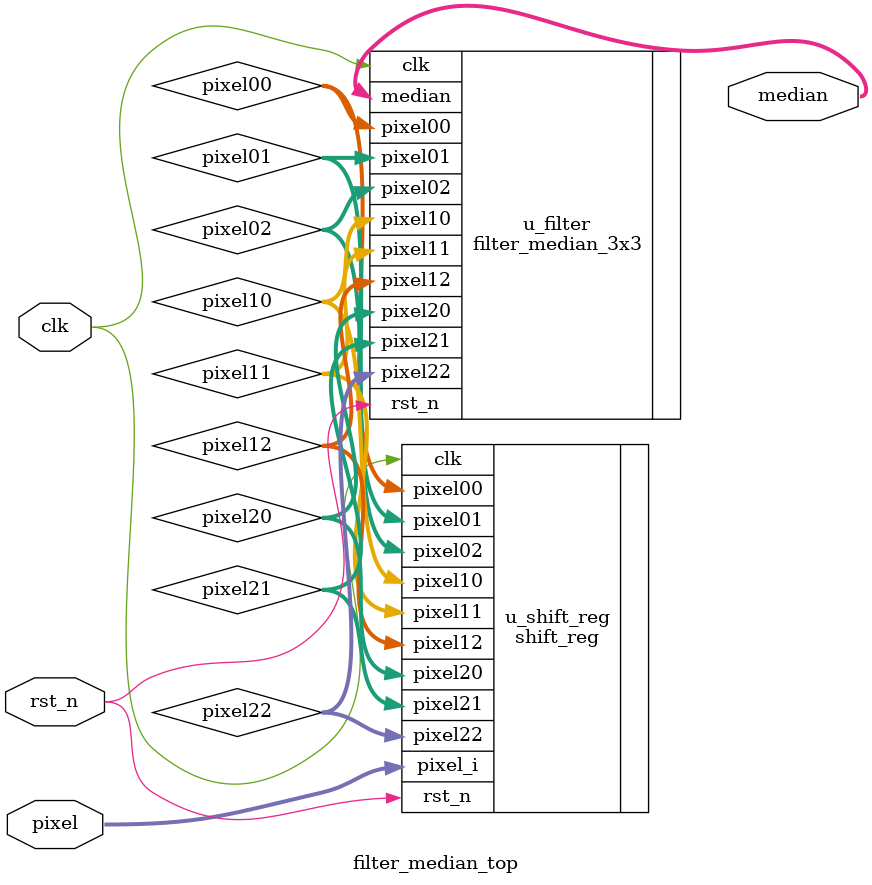
<source format=v>
module filter_median_top (
  input        clk, rst_n,
  input  [7:0] pixel,
  output [7:0] median
);

  wire [7:0] pixel00, pixel01, pixel02;
  wire [7:0] pixel10, pixel11, pixel12;
  wire [7:0] pixel20, pixel21, pixel22;

  shift_reg	u_shift_reg (
    .rst_n ( rst_n ),
    .clk ( clk ),
    .pixel_i ( pixel ),
    .pixel00(pixel00), .pixel01(pixel01), .pixel02(pixel02),
    .pixel10(pixel10), .pixel11(pixel11), .pixel12(pixel12),
    .pixel20(pixel20), .pixel21(pixel21), .pixel22(pixel22)
  );
  filter_median_3x3 #(.PixelBit(8))
    u_filter (.clk(clk), .rst_n(rst_n),
      .pixel00(pixel00), .pixel01(pixel01), .pixel02(pixel02),
      .pixel10(pixel10), .pixel11(pixel11), .pixel12(pixel12),
      .pixel20(pixel20), .pixel21(pixel21), .pixel22(pixel22),
      .median(median)
    );
endmodule

</source>
